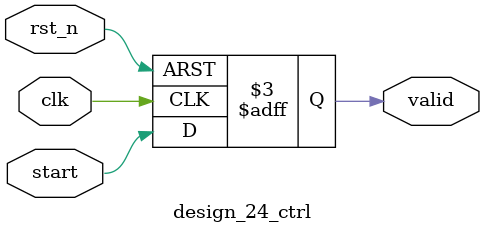
<source format=v>
module design_24_ctrl(
  input  clk,
  input  rst_n,
  input  start,
  output reg valid
);
  reg start_q;
  always @(posedge clk or negedge rst_n) begin
    if (!rst_n) begin
      valid <= 1'b0;
      start_q <= 1'b0;
    end else begin
      start_q <= start;
      valid <= start;
    end
  end
endmodule

</source>
